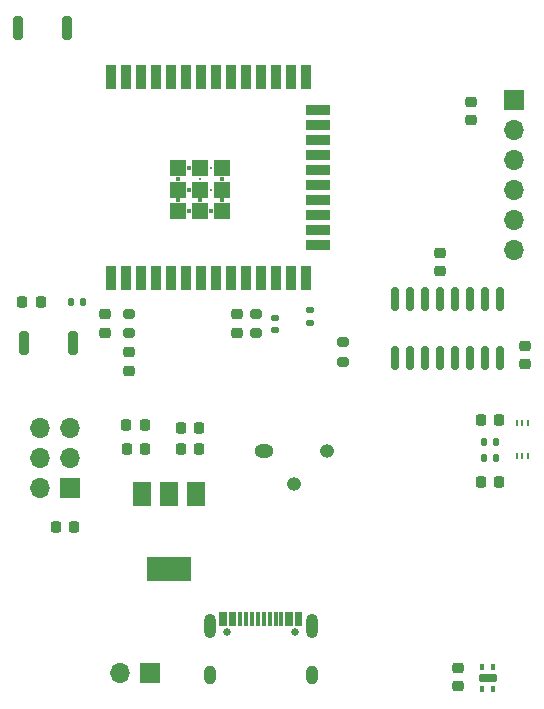
<source format=gts>
G04 #@! TF.GenerationSoftware,KiCad,Pcbnew,6.0.7-f9a2dced07~116~ubuntu20.04.1*
G04 #@! TF.CreationDate,2022-12-02T22:22:49+05:00*
G04 #@! TF.ProjectId,smart light,736d6172-7420-46c6-9967-68742e6b6963,rev?*
G04 #@! TF.SameCoordinates,Original*
G04 #@! TF.FileFunction,Soldermask,Top*
G04 #@! TF.FilePolarity,Negative*
%FSLAX46Y46*%
G04 Gerber Fmt 4.6, Leading zero omitted, Abs format (unit mm)*
G04 Created by KiCad (PCBNEW 6.0.7-f9a2dced07~116~ubuntu20.04.1) date 2022-12-02 22:22:49*
%MOMM*%
%LPD*%
G01*
G04 APERTURE LIST*
G04 Aperture macros list*
%AMRoundRect*
0 Rectangle with rounded corners*
0 $1 Rounding radius*
0 $2 $3 $4 $5 $6 $7 $8 $9 X,Y pos of 4 corners*
0 Add a 4 corners polygon primitive as box body*
4,1,4,$2,$3,$4,$5,$6,$7,$8,$9,$2,$3,0*
0 Add four circle primitives for the rounded corners*
1,1,$1+$1,$2,$3*
1,1,$1+$1,$4,$5*
1,1,$1+$1,$6,$7*
1,1,$1+$1,$8,$9*
0 Add four rect primitives between the rounded corners*
20,1,$1+$1,$2,$3,$4,$5,0*
20,1,$1+$1,$4,$5,$6,$7,0*
20,1,$1+$1,$6,$7,$8,$9,0*
20,1,$1+$1,$8,$9,$2,$3,0*%
G04 Aperture macros list end*
%ADD10RoundRect,0.225000X0.225000X0.250000X-0.225000X0.250000X-0.225000X-0.250000X0.225000X-0.250000X0*%
%ADD11R,1.700000X1.700000*%
%ADD12O,1.700000X1.700000*%
%ADD13RoundRect,0.200000X0.275000X-0.200000X0.275000X0.200000X-0.275000X0.200000X-0.275000X-0.200000X0*%
%ADD14RoundRect,0.200000X0.200000X0.800000X-0.200000X0.800000X-0.200000X-0.800000X0.200000X-0.800000X0*%
%ADD15RoundRect,0.225000X0.250000X-0.225000X0.250000X0.225000X-0.250000X0.225000X-0.250000X-0.225000X0*%
%ADD16R,0.900000X2.000000*%
%ADD17R,2.000000X0.900000*%
%ADD18R,1.330000X1.330000*%
%ADD19C,0.400000*%
%ADD20C,0.300000*%
%ADD21RoundRect,0.135000X0.135000X0.185000X-0.135000X0.185000X-0.135000X-0.185000X0.135000X-0.185000X0*%
%ADD22R,1.500000X2.000000*%
%ADD23R,3.800000X2.000000*%
%ADD24RoundRect,0.135000X0.185000X-0.135000X0.185000X0.135000X-0.185000X0.135000X-0.185000X-0.135000X0*%
%ADD25RoundRect,0.087500X0.087500X-0.187500X0.087500X0.187500X-0.087500X0.187500X-0.087500X-0.187500X0*%
%ADD26RoundRect,0.175000X0.625000X-0.175000X0.625000X0.175000X-0.625000X0.175000X-0.625000X-0.175000X0*%
%ADD27RoundRect,0.150000X0.150000X-0.825000X0.150000X0.825000X-0.150000X0.825000X-0.150000X-0.825000X0*%
%ADD28RoundRect,0.200000X-0.275000X0.200000X-0.275000X-0.200000X0.275000X-0.200000X0.275000X0.200000X0*%
%ADD29RoundRect,0.225000X-0.250000X0.225000X-0.250000X-0.225000X0.250000X-0.225000X0.250000X0.225000X0*%
%ADD30RoundRect,0.225000X-0.225000X-0.250000X0.225000X-0.250000X0.225000X0.250000X-0.225000X0.250000X0*%
%ADD31R,0.250000X0.550000*%
%ADD32RoundRect,0.218750X-0.218750X-0.256250X0.218750X-0.256250X0.218750X0.256250X-0.218750X0.256250X0*%
%ADD33O,1.600000X1.200000*%
%ADD34O,1.200000X1.200000*%
%ADD35C,0.650000*%
%ADD36R,0.300000X1.150000*%
%ADD37O,1.000000X1.600000*%
%ADD38O,1.000000X2.100000*%
G04 APERTURE END LIST*
D10*
X180869418Y-77640460D03*
X179319418Y-77640460D03*
D11*
X144569418Y-83365460D03*
D12*
X142029418Y-83365460D03*
X144569418Y-80825460D03*
X142029418Y-80825460D03*
X144569418Y-78285460D03*
X142029418Y-78285460D03*
D13*
X149494418Y-70265460D03*
X149494418Y-68615460D03*
D14*
X144310418Y-44418460D03*
X140110418Y-44418460D03*
D15*
X175894418Y-65015460D03*
X175894418Y-63465460D03*
D16*
X148034418Y-65590460D03*
X149304418Y-65590460D03*
X150574418Y-65590460D03*
X151844418Y-65590460D03*
X153114418Y-65590460D03*
X154384418Y-65590460D03*
X155654418Y-65590460D03*
X156924418Y-65590460D03*
X158194418Y-65590460D03*
X159464418Y-65590460D03*
X160734418Y-65590460D03*
X162004418Y-65590460D03*
X163274418Y-65590460D03*
X164544418Y-65590460D03*
D17*
X165544418Y-62805460D03*
X165544418Y-61535460D03*
X165544418Y-60265460D03*
X165544418Y-58995460D03*
X165544418Y-57725460D03*
X165544418Y-56455460D03*
X165544418Y-55185460D03*
X165544418Y-53915460D03*
X165544418Y-52645460D03*
X165544418Y-51375460D03*
D16*
X164544418Y-48590460D03*
X163274418Y-48590460D03*
X162004418Y-48590460D03*
X160734418Y-48590460D03*
X159464418Y-48590460D03*
X158194418Y-48590460D03*
X156924418Y-48590460D03*
X155654418Y-48590460D03*
X154384418Y-48590460D03*
X153114418Y-48590460D03*
X151844418Y-48590460D03*
X150574418Y-48590460D03*
X149304418Y-48590460D03*
X148034418Y-48590460D03*
D18*
X153699418Y-59925460D03*
X153699418Y-58090460D03*
X153699418Y-56255460D03*
X155534418Y-59925460D03*
X155534418Y-58090460D03*
X155534418Y-56255460D03*
X157369418Y-59925460D03*
X157369418Y-58090460D03*
X157369418Y-56255460D03*
D19*
X153699418Y-59007960D03*
X153699418Y-57172960D03*
X154616918Y-59925460D03*
X154616918Y-58090460D03*
X154616918Y-56255460D03*
X155534418Y-59007960D03*
D20*
X155534418Y-57172960D03*
D19*
X156451918Y-59925460D03*
D20*
X156451918Y-58090460D03*
X156451918Y-56255460D03*
D19*
X157369418Y-59007960D03*
X157369418Y-57172960D03*
D21*
X180604418Y-79440460D03*
X179584418Y-79440460D03*
D22*
X155194418Y-83890460D03*
X152894418Y-83890460D03*
D23*
X152894418Y-90190460D03*
D22*
X150594418Y-83890460D03*
D24*
X161894418Y-69950460D03*
X161894418Y-68930460D03*
D21*
X145604418Y-67640460D03*
X144584418Y-67640460D03*
D11*
X151294418Y-99040460D03*
D12*
X148754418Y-99040460D03*
D21*
X180604418Y-80840460D03*
X179584418Y-80840460D03*
D10*
X155469418Y-78240460D03*
X153919418Y-78240460D03*
D15*
X183104418Y-72879460D03*
X183104418Y-71329460D03*
D25*
X179394418Y-100365460D03*
X180394418Y-100365460D03*
X180394418Y-98515460D03*
X179394418Y-98515460D03*
D26*
X179894418Y-99440460D03*
D11*
X182119418Y-50515460D03*
D12*
X182119418Y-53055460D03*
X182119418Y-55595460D03*
X182119418Y-58135460D03*
X182119418Y-60675460D03*
X182119418Y-63215460D03*
D10*
X155469418Y-80040460D03*
X153919418Y-80040460D03*
X150869418Y-78040460D03*
X149319418Y-78040460D03*
X180869418Y-82840460D03*
X179319418Y-82840460D03*
D14*
X144818418Y-71088460D03*
X140618418Y-71088460D03*
D15*
X158720418Y-70215460D03*
X158720418Y-68665460D03*
D27*
X172049418Y-72315460D03*
X173319418Y-72315460D03*
X174589418Y-72315460D03*
X175859418Y-72315460D03*
X177129418Y-72315460D03*
X178399418Y-72315460D03*
X179669418Y-72315460D03*
X180939418Y-72315460D03*
X180939418Y-67365460D03*
X179669418Y-67365460D03*
X178399418Y-67365460D03*
X177129418Y-67365460D03*
X175859418Y-67365460D03*
X174589418Y-67365460D03*
X173319418Y-67365460D03*
X172049418Y-67365460D03*
D28*
X167694418Y-71015460D03*
X167694418Y-72665460D03*
D15*
X178494418Y-52215460D03*
X178494418Y-50665460D03*
D29*
X177394418Y-98615460D03*
X177394418Y-100165460D03*
D30*
X149344418Y-80040460D03*
X150894418Y-80040460D03*
D15*
X147544418Y-70215460D03*
X147544418Y-68665460D03*
D31*
X182350418Y-80615460D03*
X182850418Y-80615460D03*
X183350418Y-80615460D03*
X183350418Y-77865460D03*
X182850418Y-77865460D03*
X182350418Y-77865460D03*
D32*
X140506918Y-67640460D03*
X142081918Y-67640460D03*
D33*
X160954418Y-80240460D03*
D34*
X166288418Y-80240460D03*
X163494418Y-83034460D03*
D24*
X164894418Y-69350460D03*
X164894418Y-68330460D03*
D10*
X144869418Y-86640460D03*
X143319418Y-86640460D03*
D35*
X157804418Y-95520460D03*
X163584418Y-95520460D03*
D36*
X157344418Y-94455460D03*
X158144418Y-94455460D03*
X159444418Y-94455460D03*
X160444418Y-94455460D03*
X160944418Y-94455460D03*
X161944418Y-94455460D03*
X163244418Y-94455460D03*
X164044418Y-94455460D03*
X163744418Y-94455460D03*
X162944418Y-94455460D03*
X162444418Y-94455460D03*
X161444418Y-94455460D03*
X159944418Y-94455460D03*
X158944418Y-94455460D03*
X158444418Y-94455460D03*
X157644418Y-94455460D03*
D37*
X165014418Y-99200460D03*
D38*
X165014418Y-95020460D03*
D37*
X156374418Y-99200460D03*
D38*
X156374418Y-95020460D03*
D15*
X149494418Y-73415460D03*
X149494418Y-71865460D03*
D28*
X160294418Y-68615460D03*
X160294418Y-70265460D03*
M02*

</source>
